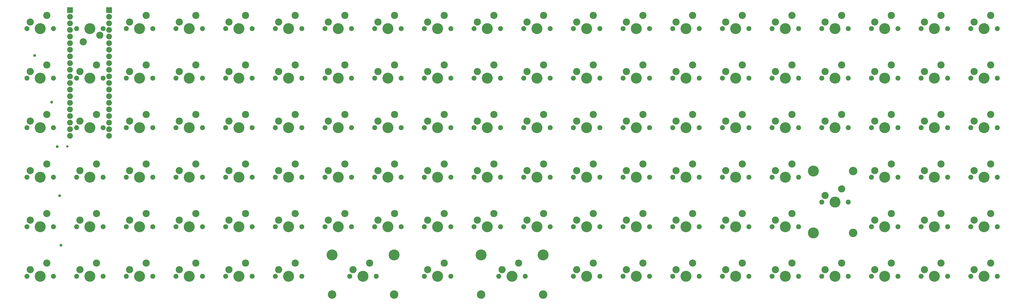
<source format=gbr>
G04 EAGLE Gerber RS-274X export*
G75*
%MOMM*%
%FSLAX34Y34*%
%LPD*%
%INSoldermask Top*%
%IPPOS*%
%AMOC8*
5,1,8,0,0,1.08239X$1,22.5*%
G01*
%ADD10C,4.203200*%
%ADD11C,1.903200*%
%ADD12C,2.743200*%
%ADD13C,3.253200*%
%ADD14R,2.203200X2.203200*%
%ADD15C,2.203200*%
%ADD16C,1.109600*%
%ADD17C,0.959600*%


D10*
X190500Y1143000D03*
D11*
X139700Y1143000D03*
X241300Y1143000D03*
D12*
X152400Y1168400D03*
X215900Y1193800D03*
D10*
X381000Y1143000D03*
D11*
X431800Y1143000D03*
X330200Y1143000D03*
D12*
X419100Y1117600D03*
X355600Y1092200D03*
D10*
X571500Y1143000D03*
D11*
X520700Y1143000D03*
X622300Y1143000D03*
D12*
X533400Y1168400D03*
X596900Y1193800D03*
D10*
X762000Y1143000D03*
D11*
X711200Y1143000D03*
X812800Y1143000D03*
D12*
X723900Y1168400D03*
X787400Y1193800D03*
D10*
X952500Y1143000D03*
D11*
X901700Y1143000D03*
X1003300Y1143000D03*
D12*
X914400Y1168400D03*
X977900Y1193800D03*
D10*
X1143000Y1143000D03*
D11*
X1092200Y1143000D03*
X1193800Y1143000D03*
D12*
X1104900Y1168400D03*
X1168400Y1193800D03*
D10*
X1333500Y1143000D03*
D11*
X1282700Y1143000D03*
X1384300Y1143000D03*
D12*
X1295400Y1168400D03*
X1358900Y1193800D03*
D10*
X1524000Y1143000D03*
D11*
X1473200Y1143000D03*
X1574800Y1143000D03*
D12*
X1485900Y1168400D03*
X1549400Y1193800D03*
D10*
X1714500Y1143000D03*
D11*
X1663700Y1143000D03*
X1765300Y1143000D03*
D12*
X1676400Y1168400D03*
X1739900Y1193800D03*
D10*
X1905000Y1143000D03*
D11*
X1854200Y1143000D03*
X1955800Y1143000D03*
D12*
X1866900Y1168400D03*
X1930400Y1193800D03*
D10*
X2095500Y1143000D03*
D11*
X2044700Y1143000D03*
X2146300Y1143000D03*
D12*
X2057400Y1168400D03*
X2120900Y1193800D03*
D10*
X2286000Y1143000D03*
D11*
X2235200Y1143000D03*
X2336800Y1143000D03*
D12*
X2247900Y1168400D03*
X2311400Y1193800D03*
D10*
X2476500Y1143000D03*
D11*
X2425700Y1143000D03*
X2527300Y1143000D03*
D12*
X2438400Y1168400D03*
X2501900Y1193800D03*
D10*
X2667000Y1143000D03*
D11*
X2616200Y1143000D03*
X2717800Y1143000D03*
D12*
X2628900Y1168400D03*
X2692400Y1193800D03*
D10*
X2857500Y1143000D03*
D11*
X2806700Y1143000D03*
X2908300Y1143000D03*
D12*
X2819400Y1168400D03*
X2882900Y1193800D03*
D10*
X3048000Y1143000D03*
D11*
X2997200Y1143000D03*
X3098800Y1143000D03*
D12*
X3009900Y1168400D03*
X3073400Y1193800D03*
D10*
X3238500Y1143000D03*
D11*
X3187700Y1143000D03*
X3289300Y1143000D03*
D12*
X3200400Y1168400D03*
X3263900Y1193800D03*
D10*
X3429000Y1143000D03*
D11*
X3378200Y1143000D03*
X3479800Y1143000D03*
D12*
X3390900Y1168400D03*
X3454400Y1193800D03*
D10*
X3619500Y1143000D03*
D11*
X3568700Y1143000D03*
X3670300Y1143000D03*
D12*
X3581400Y1168400D03*
X3644900Y1193800D03*
D10*
X3810000Y1143000D03*
D11*
X3759200Y1143000D03*
X3860800Y1143000D03*
D12*
X3771900Y1168400D03*
X3835400Y1193800D03*
D10*
X190500Y952500D03*
D11*
X139700Y952500D03*
X241300Y952500D03*
D12*
X152400Y977900D03*
X215900Y1003300D03*
D10*
X381000Y952500D03*
D11*
X330200Y952500D03*
X431800Y952500D03*
D12*
X342900Y977900D03*
X406400Y1003300D03*
D10*
X571500Y952500D03*
D11*
X520700Y952500D03*
X622300Y952500D03*
D12*
X533400Y977900D03*
X596900Y1003300D03*
D10*
X762000Y952500D03*
D11*
X711200Y952500D03*
X812800Y952500D03*
D12*
X723900Y977900D03*
X787400Y1003300D03*
D10*
X952500Y952500D03*
D11*
X901700Y952500D03*
X1003300Y952500D03*
D12*
X914400Y977900D03*
X977900Y1003300D03*
D10*
X1143000Y952500D03*
D11*
X1092200Y952500D03*
X1193800Y952500D03*
D12*
X1104900Y977900D03*
X1168400Y1003300D03*
D10*
X1333500Y952500D03*
D11*
X1282700Y952500D03*
X1384300Y952500D03*
D12*
X1295400Y977900D03*
X1358900Y1003300D03*
D10*
X1524000Y952500D03*
D11*
X1473200Y952500D03*
X1574800Y952500D03*
D12*
X1485900Y977900D03*
X1549400Y1003300D03*
D10*
X1714500Y952500D03*
D11*
X1663700Y952500D03*
X1765300Y952500D03*
D12*
X1676400Y977900D03*
X1739900Y1003300D03*
D10*
X1905000Y952500D03*
D11*
X1854200Y952500D03*
X1955800Y952500D03*
D12*
X1866900Y977900D03*
X1930400Y1003300D03*
D10*
X2095500Y952500D03*
D11*
X2044700Y952500D03*
X2146300Y952500D03*
D12*
X2057400Y977900D03*
X2120900Y1003300D03*
D10*
X2286000Y952500D03*
D11*
X2235200Y952500D03*
X2336800Y952500D03*
D12*
X2247900Y977900D03*
X2311400Y1003300D03*
D10*
X2476500Y952500D03*
D11*
X2425700Y952500D03*
X2527300Y952500D03*
D12*
X2438400Y977900D03*
X2501900Y1003300D03*
D10*
X2667000Y952500D03*
D11*
X2616200Y952500D03*
X2717800Y952500D03*
D12*
X2628900Y977900D03*
X2692400Y1003300D03*
D10*
X2857500Y952500D03*
D11*
X2806700Y952500D03*
X2908300Y952500D03*
D12*
X2819400Y977900D03*
X2882900Y1003300D03*
D10*
X3048000Y952500D03*
D11*
X2997200Y952500D03*
X3098800Y952500D03*
D12*
X3009900Y977900D03*
X3073400Y1003300D03*
D10*
X3238500Y952500D03*
D11*
X3187700Y952500D03*
X3289300Y952500D03*
D12*
X3200400Y977900D03*
X3263900Y1003300D03*
D10*
X3429000Y952500D03*
D11*
X3378200Y952500D03*
X3479800Y952500D03*
D12*
X3390900Y977900D03*
X3454400Y1003300D03*
D10*
X3619500Y952500D03*
D11*
X3568700Y952500D03*
X3670300Y952500D03*
D12*
X3581400Y977900D03*
X3644900Y1003300D03*
D10*
X3810000Y952500D03*
D11*
X3759200Y952500D03*
X3860800Y952500D03*
D12*
X3771900Y977900D03*
X3835400Y1003300D03*
D10*
X190500Y762000D03*
D11*
X139700Y762000D03*
X241300Y762000D03*
D12*
X152400Y787400D03*
X215900Y812800D03*
D10*
X381000Y762000D03*
D11*
X330200Y762000D03*
X431800Y762000D03*
D12*
X342900Y787400D03*
X406400Y812800D03*
D10*
X571500Y762000D03*
D11*
X520700Y762000D03*
X622300Y762000D03*
D12*
X533400Y787400D03*
X596900Y812800D03*
D10*
X762000Y762000D03*
D11*
X711200Y762000D03*
X812800Y762000D03*
D12*
X723900Y787400D03*
X787400Y812800D03*
D10*
X952500Y762000D03*
D11*
X901700Y762000D03*
X1003300Y762000D03*
D12*
X914400Y787400D03*
X977900Y812800D03*
D10*
X1143000Y762000D03*
D11*
X1092200Y762000D03*
X1193800Y762000D03*
D12*
X1104900Y787400D03*
X1168400Y812800D03*
D10*
X1333500Y762000D03*
D11*
X1282700Y762000D03*
X1384300Y762000D03*
D12*
X1295400Y787400D03*
X1358900Y812800D03*
D10*
X1524000Y762000D03*
D11*
X1473200Y762000D03*
X1574800Y762000D03*
D12*
X1485900Y787400D03*
X1549400Y812800D03*
D10*
X1714500Y762000D03*
D11*
X1663700Y762000D03*
X1765300Y762000D03*
D12*
X1676400Y787400D03*
X1739900Y812800D03*
D10*
X1905000Y762000D03*
D11*
X1854200Y762000D03*
X1955800Y762000D03*
D12*
X1866900Y787400D03*
X1930400Y812800D03*
D10*
X2095500Y762000D03*
D11*
X2044700Y762000D03*
X2146300Y762000D03*
D12*
X2057400Y787400D03*
X2120900Y812800D03*
D10*
X2286000Y762000D03*
D11*
X2235200Y762000D03*
X2336800Y762000D03*
D12*
X2247900Y787400D03*
X2311400Y812800D03*
D10*
X2476500Y762000D03*
D11*
X2425700Y762000D03*
X2527300Y762000D03*
D12*
X2438400Y787400D03*
X2501900Y812800D03*
D10*
X2667000Y762000D03*
D11*
X2616200Y762000D03*
X2717800Y762000D03*
D12*
X2628900Y787400D03*
X2692400Y812800D03*
D10*
X2857500Y762000D03*
D11*
X2806700Y762000D03*
X2908300Y762000D03*
D12*
X2819400Y787400D03*
X2882900Y812800D03*
D10*
X3048000Y762000D03*
D11*
X2997200Y762000D03*
X3098800Y762000D03*
D12*
X3009900Y787400D03*
X3073400Y812800D03*
D10*
X3238500Y762000D03*
D11*
X3187700Y762000D03*
X3289300Y762000D03*
D12*
X3200400Y787400D03*
X3263900Y812800D03*
D10*
X3429000Y762000D03*
D11*
X3378200Y762000D03*
X3479800Y762000D03*
D12*
X3390900Y787400D03*
X3454400Y812800D03*
D10*
X3619500Y762000D03*
D11*
X3568700Y762000D03*
X3670300Y762000D03*
D12*
X3581400Y787400D03*
X3644900Y812800D03*
D10*
X3810000Y762000D03*
D11*
X3759200Y762000D03*
X3860800Y762000D03*
D12*
X3771900Y787400D03*
X3835400Y812800D03*
D10*
X190500Y571500D03*
D11*
X139700Y571500D03*
X241300Y571500D03*
D12*
X152400Y596900D03*
X215900Y622300D03*
D10*
X381000Y571500D03*
D11*
X330200Y571500D03*
X431800Y571500D03*
D12*
X342900Y596900D03*
X406400Y622300D03*
D10*
X571500Y571500D03*
D11*
X520700Y571500D03*
X622300Y571500D03*
D12*
X533400Y596900D03*
X596900Y622300D03*
D10*
X762000Y571500D03*
D11*
X711200Y571500D03*
X812800Y571500D03*
D12*
X723900Y596900D03*
X787400Y622300D03*
D10*
X952500Y571500D03*
D11*
X901700Y571500D03*
X1003300Y571500D03*
D12*
X914400Y596900D03*
X977900Y622300D03*
D10*
X1143000Y571500D03*
D11*
X1092200Y571500D03*
X1193800Y571500D03*
D12*
X1104900Y596900D03*
X1168400Y622300D03*
D10*
X1333500Y571500D03*
D11*
X1282700Y571500D03*
X1384300Y571500D03*
D12*
X1295400Y596900D03*
X1358900Y622300D03*
D10*
X1524000Y571500D03*
D11*
X1473200Y571500D03*
X1574800Y571500D03*
D12*
X1485900Y596900D03*
X1549400Y622300D03*
D10*
X1714500Y571500D03*
D11*
X1663700Y571500D03*
X1765300Y571500D03*
D12*
X1676400Y596900D03*
X1739900Y622300D03*
D10*
X1905000Y571500D03*
D11*
X1854200Y571500D03*
X1955800Y571500D03*
D12*
X1866900Y596900D03*
X1930400Y622300D03*
D10*
X2095500Y571500D03*
D11*
X2044700Y571500D03*
X2146300Y571500D03*
D12*
X2057400Y596900D03*
X2120900Y622300D03*
D10*
X2286000Y571500D03*
D11*
X2235200Y571500D03*
X2336800Y571500D03*
D12*
X2247900Y596900D03*
X2311400Y622300D03*
D10*
X2476500Y571500D03*
D11*
X2425700Y571500D03*
X2527300Y571500D03*
D12*
X2438400Y596900D03*
X2501900Y622300D03*
D10*
X2667000Y571500D03*
D11*
X2616200Y571500D03*
X2717800Y571500D03*
D12*
X2628900Y596900D03*
X2692400Y622300D03*
D10*
X2857500Y571500D03*
D11*
X2806700Y571500D03*
X2908300Y571500D03*
D12*
X2819400Y596900D03*
X2882900Y622300D03*
D10*
X3048000Y571500D03*
D11*
X2997200Y571500D03*
X3098800Y571500D03*
D12*
X3009900Y596900D03*
X3073400Y622300D03*
D10*
X3429000Y571500D03*
D11*
X3378200Y571500D03*
X3479800Y571500D03*
D12*
X3390900Y596900D03*
X3454400Y622300D03*
D10*
X3619500Y571500D03*
D11*
X3568700Y571500D03*
X3670300Y571500D03*
D12*
X3581400Y596900D03*
X3644900Y622300D03*
D10*
X3810000Y571500D03*
D11*
X3759200Y571500D03*
X3860800Y571500D03*
D12*
X3771900Y596900D03*
X3835400Y622300D03*
D10*
X190500Y381000D03*
D11*
X139700Y381000D03*
X241300Y381000D03*
D12*
X152400Y406400D03*
X215900Y431800D03*
D10*
X381000Y381000D03*
D11*
X330200Y381000D03*
X431800Y381000D03*
D12*
X342900Y406400D03*
X406400Y431800D03*
D10*
X571500Y381000D03*
D11*
X520700Y381000D03*
X622300Y381000D03*
D12*
X533400Y406400D03*
X596900Y431800D03*
D10*
X762000Y381000D03*
D11*
X711200Y381000D03*
X812800Y381000D03*
D12*
X723900Y406400D03*
X787400Y431800D03*
D10*
X952500Y381000D03*
D11*
X901700Y381000D03*
X1003300Y381000D03*
D12*
X914400Y406400D03*
X977900Y431800D03*
D10*
X1143000Y381000D03*
D11*
X1092200Y381000D03*
X1193800Y381000D03*
D12*
X1104900Y406400D03*
X1168400Y431800D03*
D10*
X1333500Y381000D03*
D11*
X1282700Y381000D03*
X1384300Y381000D03*
D12*
X1295400Y406400D03*
X1358900Y431800D03*
D10*
X1524000Y381000D03*
D11*
X1473200Y381000D03*
X1574800Y381000D03*
D12*
X1485900Y406400D03*
X1549400Y431800D03*
D10*
X1714500Y381000D03*
D11*
X1663700Y381000D03*
X1765300Y381000D03*
D12*
X1676400Y406400D03*
X1739900Y431800D03*
D10*
X1905000Y381000D03*
D11*
X1854200Y381000D03*
X1955800Y381000D03*
D12*
X1866900Y406400D03*
X1930400Y431800D03*
D10*
X2095500Y381000D03*
D11*
X2044700Y381000D03*
X2146300Y381000D03*
D12*
X2057400Y406400D03*
X2120900Y431800D03*
D10*
X2286000Y381000D03*
D11*
X2235200Y381000D03*
X2336800Y381000D03*
D12*
X2247900Y406400D03*
X2311400Y431800D03*
D10*
X2476500Y381000D03*
D11*
X2425700Y381000D03*
X2527300Y381000D03*
D12*
X2438400Y406400D03*
X2501900Y431800D03*
D10*
X2667000Y381000D03*
D11*
X2616200Y381000D03*
X2717800Y381000D03*
D12*
X2628900Y406400D03*
X2692400Y431800D03*
D10*
X2857500Y381000D03*
D11*
X2806700Y381000D03*
X2908300Y381000D03*
D12*
X2819400Y406400D03*
X2882900Y431800D03*
D10*
X3048000Y381000D03*
D11*
X2997200Y381000D03*
X3098800Y381000D03*
D12*
X3009900Y406400D03*
X3073400Y431800D03*
D10*
X3429000Y381000D03*
D11*
X3378200Y381000D03*
X3479800Y381000D03*
D12*
X3390900Y406400D03*
X3454400Y431800D03*
D10*
X3619500Y381000D03*
D11*
X3568700Y381000D03*
X3670300Y381000D03*
D12*
X3581400Y406400D03*
X3644900Y431800D03*
D10*
X3810000Y381000D03*
D11*
X3759200Y381000D03*
X3860800Y381000D03*
D12*
X3771900Y406400D03*
X3835400Y431800D03*
D10*
X190500Y190500D03*
D11*
X139700Y190500D03*
X241300Y190500D03*
D12*
X152400Y215900D03*
X215900Y241300D03*
D10*
X381000Y190500D03*
D11*
X330200Y190500D03*
X431800Y190500D03*
D12*
X342900Y215900D03*
X406400Y241300D03*
D10*
X571500Y190500D03*
D11*
X520700Y190500D03*
X622300Y190500D03*
D12*
X533400Y215900D03*
X596900Y241300D03*
D10*
X762000Y190500D03*
D11*
X711200Y190500D03*
X812800Y190500D03*
D12*
X723900Y215900D03*
X787400Y241300D03*
D10*
X952500Y190500D03*
D11*
X901700Y190500D03*
X1003300Y190500D03*
D12*
X914400Y215900D03*
X977900Y241300D03*
D10*
X1143000Y190500D03*
D11*
X1092200Y190500D03*
X1193800Y190500D03*
D12*
X1104900Y215900D03*
X1168400Y241300D03*
D10*
X1714500Y190500D03*
D11*
X1663700Y190500D03*
X1765300Y190500D03*
D12*
X1676400Y215900D03*
X1739900Y241300D03*
D10*
X2286000Y190500D03*
D11*
X2235200Y190500D03*
X2336800Y190500D03*
D12*
X2247900Y215900D03*
X2311400Y241300D03*
D10*
X2476500Y190500D03*
D11*
X2425700Y190500D03*
X2527300Y190500D03*
D12*
X2438400Y215900D03*
X2501900Y241300D03*
D10*
X2667000Y190500D03*
D11*
X2616200Y190500D03*
X2717800Y190500D03*
D12*
X2628900Y215900D03*
X2692400Y241300D03*
D10*
X2857500Y190500D03*
D11*
X2806700Y190500D03*
X2908300Y190500D03*
D12*
X2819400Y215900D03*
X2882900Y241300D03*
D10*
X3048000Y190500D03*
D11*
X2997200Y190500D03*
X3098800Y190500D03*
D12*
X3009900Y215900D03*
X3073400Y241300D03*
D10*
X3238500Y190500D03*
D11*
X3187700Y190500D03*
X3289300Y190500D03*
D12*
X3200400Y215900D03*
X3263900Y241300D03*
D10*
X3429000Y190500D03*
D11*
X3378200Y190500D03*
X3479800Y190500D03*
D12*
X3390900Y215900D03*
X3454400Y241300D03*
D10*
X3619500Y190500D03*
D11*
X3568700Y190500D03*
X3670300Y190500D03*
D12*
X3581400Y215900D03*
X3644900Y241300D03*
D10*
X3810000Y190500D03*
D11*
X3759200Y190500D03*
X3860800Y190500D03*
D12*
X3771900Y215900D03*
X3835400Y241300D03*
D10*
X1428750Y190500D03*
D11*
X1377950Y190500D03*
X1479550Y190500D03*
D13*
X1309750Y120500D03*
X1547750Y120500D03*
D10*
X1309750Y272900D03*
X1547750Y272900D03*
D12*
X1390650Y215900D03*
X1454150Y241300D03*
D10*
X2000250Y190500D03*
D11*
X1949450Y190500D03*
X2051050Y190500D03*
D13*
X1881250Y120500D03*
X2119250Y120500D03*
D10*
X1881250Y272900D03*
X2119250Y272900D03*
D12*
X1962150Y215900D03*
X2025650Y241300D03*
D10*
X3238500Y476250D03*
D11*
X3187700Y476250D03*
X3289300Y476250D03*
D13*
X3308500Y357250D03*
X3308500Y595250D03*
D10*
X3156100Y357250D03*
X3156100Y595250D03*
D12*
X3200400Y501650D03*
X3263900Y527050D03*
D14*
X455000Y1213900D03*
D15*
X455000Y1188500D03*
X455000Y1163100D03*
X455000Y1137700D03*
X455000Y1112300D03*
X455000Y1086900D03*
X455000Y1061500D03*
X455000Y1036100D03*
D14*
X305000Y1213900D03*
D15*
X305000Y1188500D03*
X305000Y1163100D03*
X305000Y1137700D03*
X305000Y1112300D03*
X305000Y1086900D03*
X305000Y1061500D03*
X305000Y1036100D03*
X305000Y1009700D03*
X305000Y984300D03*
X305000Y958900D03*
X305000Y933500D03*
X305000Y908100D03*
X305000Y882700D03*
X305000Y857300D03*
X305000Y831900D03*
X305000Y806500D03*
X305000Y781100D03*
X305000Y755700D03*
X305000Y730300D03*
X455000Y1009700D03*
X455000Y984300D03*
X455000Y958900D03*
X455000Y933500D03*
X455000Y908100D03*
X455000Y882700D03*
X455000Y857300D03*
X455000Y831900D03*
X455000Y806500D03*
X455000Y781100D03*
X455000Y755700D03*
X455000Y730300D03*
D16*
X169715Y1040051D03*
X255990Y688797D03*
X265000Y500000D03*
X270000Y310000D03*
X234765Y860093D03*
D17*
X295000Y690000D03*
M02*

</source>
